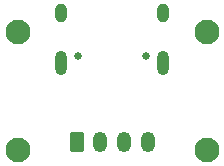
<source format=gbr>
%TF.GenerationSoftware,KiCad,Pcbnew,(6.0.5-0)*%
%TF.CreationDate,2022-07-07T23:10:35-07:00*%
%TF.ProjectId,usb_type_c,7573625f-7479-4706-955f-632e6b696361,rev?*%
%TF.SameCoordinates,Original*%
%TF.FileFunction,Soldermask,Bot*%
%TF.FilePolarity,Negative*%
%FSLAX46Y46*%
G04 Gerber Fmt 4.6, Leading zero omitted, Abs format (unit mm)*
G04 Created by KiCad (PCBNEW (6.0.5-0)) date 2022-07-07 23:10:35*
%MOMM*%
%LPD*%
G01*
G04 APERTURE LIST*
G04 Aperture macros list*
%AMRoundRect*
0 Rectangle with rounded corners*
0 $1 Rounding radius*
0 $2 $3 $4 $5 $6 $7 $8 $9 X,Y pos of 4 corners*
0 Add a 4 corners polygon primitive as box body*
4,1,4,$2,$3,$4,$5,$6,$7,$8,$9,$2,$3,0*
0 Add four circle primitives for the rounded corners*
1,1,$1+$1,$2,$3*
1,1,$1+$1,$4,$5*
1,1,$1+$1,$6,$7*
1,1,$1+$1,$8,$9*
0 Add four rect primitives between the rounded corners*
20,1,$1+$1,$2,$3,$4,$5,0*
20,1,$1+$1,$4,$5,$6,$7,0*
20,1,$1+$1,$6,$7,$8,$9,0*
20,1,$1+$1,$8,$9,$2,$3,0*%
G04 Aperture macros list end*
%ADD10C,2.100000*%
%ADD11RoundRect,0.250000X-0.350000X-0.625000X0.350000X-0.625000X0.350000X0.625000X-0.350000X0.625000X0*%
%ADD12O,1.200000X1.750000*%
%ADD13C,0.650000*%
%ADD14O,1.000000X1.600000*%
%ADD15O,1.000000X2.100000*%
G04 APERTURE END LIST*
D10*
%TO.C,H2*%
X92000000Y-70500000D03*
%TD*%
%TO.C,H4*%
X108000000Y-70500000D03*
%TD*%
%TO.C,H3*%
X108000000Y-60500000D03*
%TD*%
%TO.C,H1*%
X92000000Y-60500000D03*
%TD*%
D11*
%TO.C,J4*%
X97000000Y-69855000D03*
D12*
X99000000Y-69855000D03*
X101000000Y-69855000D03*
X103000000Y-69855000D03*
%TD*%
D13*
%TO.C,J2*%
X102890000Y-62600000D03*
X97110000Y-62600000D03*
D14*
X95680000Y-58950000D03*
D15*
X104320000Y-63130000D03*
X95680000Y-63130000D03*
D14*
X104320000Y-58950000D03*
%TD*%
M02*

</source>
